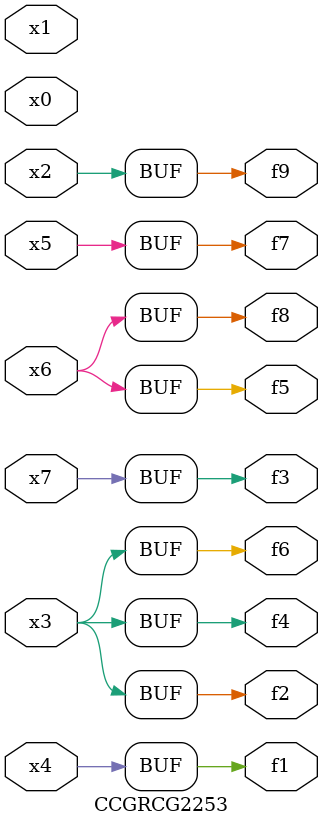
<source format=v>
module CCGRCG2253(
	input x0, x1, x2, x3, x4, x5, x6, x7,
	output f1, f2, f3, f4, f5, f6, f7, f8, f9
);
	assign f1 = x4;
	assign f2 = x3;
	assign f3 = x7;
	assign f4 = x3;
	assign f5 = x6;
	assign f6 = x3;
	assign f7 = x5;
	assign f8 = x6;
	assign f9 = x2;
endmodule

</source>
